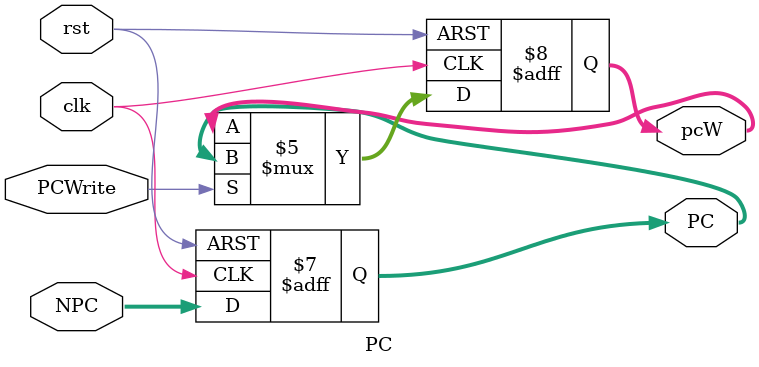
<source format=v>
module PC( clk, rst, NPC, PC,pcW,PCWrite );

  input              clk;
  input              rst;
  input       [31:0] NPC;
  input       PCWrite;
  output reg  [31:0] PC;
  output reg  [31:0] pcW;
  always @(posedge clk, posedge rst)
    begin
    if (rst) begin
      PC = 32'h0000_0000;
      pcW=32'h0000_0000;
//      PC <= 32'h0000_3000;
     end
    else if(PCWrite)
      begin
      pcW = PC;
      PC = NPC;
      end
     else begin
        PC =NPC;
     end
    end
endmodule


</source>
